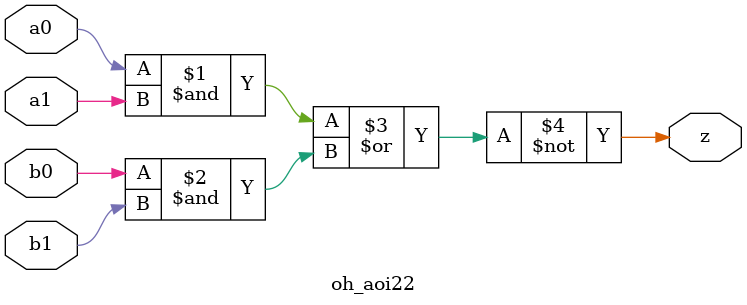
<source format=v>

module oh_aoi22 #(parameter DW = 1 ) // array width
   (
    input [DW-1:0]  a0,
    input [DW-1:0]  a1,
    input [DW-1:0]  b0,
    input [DW-1:0]  b1,
    output [DW-1:0] z
    );
   
   assign z = ~((a0 & a1) | (b0 & b1));
   
endmodule

</source>
